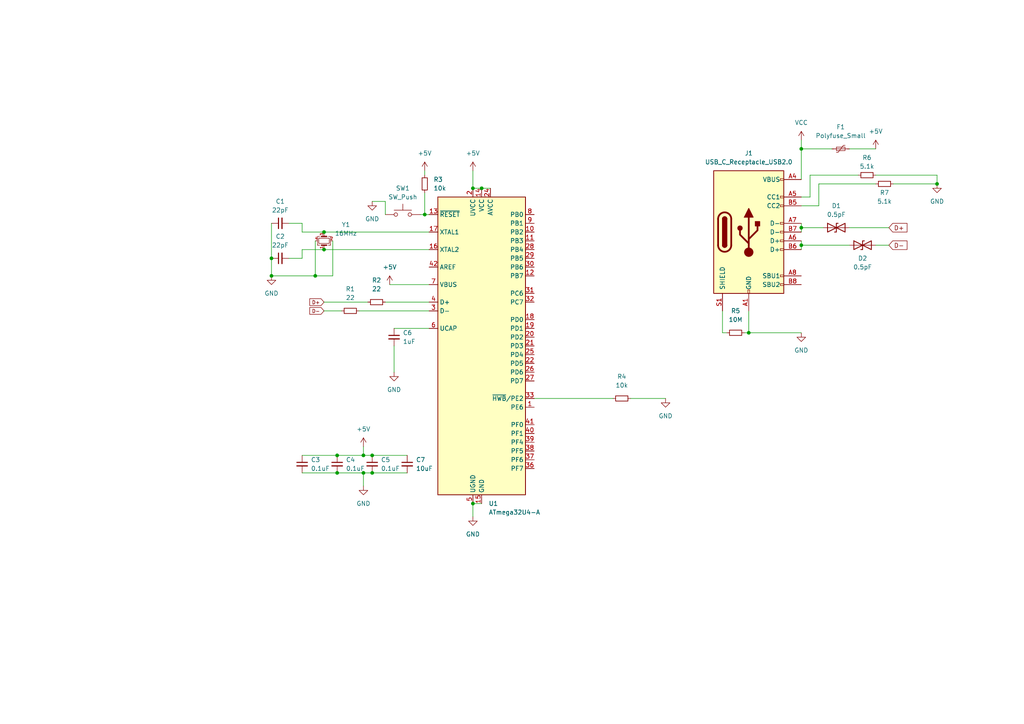
<source format=kicad_sch>
(kicad_sch (version 20211123) (generator eeschema)
  (paper "A4")
  (title_block (title "ATmega32u4-A USB C Implementation") (company "Zen Quah"))
  (lib_symbols
    (symbol "Connector:USB_C_Receptacle_USB2.0" (pin_names (offset 1.016))
      (property "Reference" "J" (at -10.16 19.05 0))
      (property "Value" "USB_C_Receptacle_USB2.0" (at 19.05 19.05 0))
      (symbol "USB_C_Receptacle_USB2.0_0_0"
        (rectangle (start -0.254 -17.78) (end 0.254 -16.764))
        (rectangle (start 10.16 -14.986) (end 9.144 -15.494))
        (rectangle (start 10.16 -12.446) (end 9.144 -12.954))
        (rectangle (start 10.16 -4.826) (end 9.144 -5.334))
        (rectangle (start 10.16 -2.286) (end 9.144 -2.794))
        (rectangle (start 10.16 0.254) (end 9.144 -0.254))
        (rectangle (start 10.16 2.794) (end 9.144 2.286))
        (rectangle (start 10.16 7.874) (end 9.144 7.366))
        (rectangle (start 10.16 10.414) (end 9.144 9.906))
        (rectangle (start 10.16 15.494) (end 9.144 14.986))
      )
      (symbol "USB_C_Receptacle_USB2.0_0_1"
        (rectangle (start -10.16 17.78) (end 10.16 -17.78) (stroke (width 0.254)) (fill (type background)))
        (arc (start -8.89 -3.81) (mid -6.985 -5.715) (end -5.08 -3.81) (stroke (width 0.508)))
        (arc (start -7.62 -3.81) (mid -6.985 -4.445) (end -6.35 -3.81) (stroke (width 0.254)))
        (arc (start -7.62 -3.81) (mid -6.985 -4.445) (end -6.35 -3.81) (stroke (width 0.254)) (fill (type outline)))
        (rectangle (start -7.62 -3.81) (end -6.35 3.81) (stroke (width 0.254)) (fill (type outline)))
        (arc (start -6.35 3.81) (mid -6.985 4.445) (end -7.62 3.81) (stroke (width 0.254)))
        (arc (start -6.35 3.81) (mid -6.985 4.445) (end -7.62 3.81) (stroke (width 0.254)) (fill (type outline)))
        (arc (start -5.08 3.81) (mid -6.985 5.715) (end -8.89 3.81) (stroke (width 0.508)))
        (circle (center -2.54 1.143) (radius 0.635) (stroke (width 0.254)) (fill (type outline)))
        (circle (center 0 -5.842) (radius 1.27) (fill (type outline)))
        (polyline (pts (xy -8.89 -3.81) (xy -8.89 3.81)) (stroke (width 0.508)))
        (polyline (pts (xy -5.08 3.81) (xy -5.08 -3.81)) (stroke (width 0.508)))
        (polyline (pts (xy 0 -5.842) (xy 0 4.318)) (stroke (width 0.508)))
        (polyline (pts (xy 0 -3.302) (xy -2.54 -0.762) (xy -2.54 0.508)) (stroke (width 0.508)))
        (polyline (pts (xy 0 -2.032) (xy 2.54 0.508) (xy 2.54 1.778)) (stroke (width 0.508)))
        (polyline (pts (xy -1.27 4.318) (xy 0 6.858) (xy 1.27 4.318) (xy -1.27 4.318)) (stroke (width 0.254)) (fill (type outline)))
        (rectangle (start 1.905 1.778) (end 3.175 3.048) (stroke (width 0.254)) (fill (type outline)))
      )
      (symbol "USB_C_Receptacle_USB2.0_1_1"
        (pin passive line (at 0 -22.86 90) (length 5.08) (name "GND") (number "A1"))
        (pin passive line (at 0 -22.86 90) (length 5.08) hide (name "GND") (number "A12"))
        (pin passive line (at 15.24 15.24 180) (length 5.08) (name "VBUS") (number "A4"))
        (pin bidirectional line (at 15.24 10.16 180) (length 5.08) (name "CC1") (number "A5"))
        (pin bidirectional line (at 15.24 -2.54 180) (length 5.08) (name "D+") (number "A6"))
        (pin bidirectional line (at 15.24 2.54 180) (length 5.08) (name "D-") (number "A7"))
        (pin bidirectional line (at 15.24 -12.7 180) (length 5.08) (name "SBU1") (number "A8"))
        (pin passive line (at 15.24 15.24 180) (length 5.08) hide (name "VBUS") (number "A9"))
        (pin passive line (at 0 -22.86 90) (length 5.08) hide (name "GND") (number "B1"))
        (pin passive line (at 0 -22.86 90) (length 5.08) hide (name "GND") (number "B12"))
        (pin passive line (at 15.24 15.24 180) (length 5.08) hide (name "VBUS") (number "B4"))
        (pin bidirectional line (at 15.24 7.62 180) (length 5.08) (name "CC2") (number "B5"))
        (pin bidirectional line (at 15.24 -5.08 180) (length 5.08) (name "D+") (number "B6"))
        (pin bidirectional line (at 15.24 0 180) (length 5.08) (name "D-") (number "B7"))
        (pin bidirectional line (at 15.24 -15.24 180) (length 5.08) (name "SBU2") (number "B8"))
        (pin passive line (at 15.24 15.24 180) (length 5.08) hide (name "VBUS") (number "B9"))
        (pin passive line (at -7.62 -22.86 90) (length 5.08) (name "SHIELD") (number "S1"))
      )
    )
    (symbol "Device:C_Small" (pin_numbers hide) (pin_names (offset 0.254) hide)
      (property "Reference" "C" (at 0.254 1.778 0))
      (property "Value" "C_Small" (at 0.254 -2.032 0))
      (symbol "C_Small_0_1"
        (polyline (pts (xy -1.524 -0.508) (xy 1.524 -0.508)) (stroke (width 0.3302)))
        (polyline (pts (xy -1.524 0.508) (xy 1.524 0.508)) (stroke (width 0.3048)))
      )
      (symbol "C_Small_1_1"
        (pin passive line (at 0 2.54 270) (length 2.032) (name "~") (number "1"))
        (pin passive line (at 0 -2.54 90) (length 2.032) (name "~") (number "2"))
      )
    )
    (symbol "Device:Crystal_GND24_Small" (pin_names (offset 1.016) hide)
      (property "Reference" "Y" (at 1.27 4.445 0))
      (property "Value" "Crystal_GND24_Small" (at 1.27 2.54 0))
      (symbol "Crystal_GND24_Small_0_1"
        (rectangle (start -0.762 -1.524) (end 0.762 1.524))
        (polyline (pts (xy -1.27 -0.762) (xy -1.27 0.762)) (stroke (width 0.381)))
        (polyline (pts (xy 1.27 -0.762) (xy 1.27 0.762)) (stroke (width 0.381)))
        (polyline (pts (xy -1.27 -1.27) (xy -1.27 -1.905) (xy 1.27 -1.905) (xy 1.27 -1.27)))
        (polyline (pts (xy -1.27 1.27) (xy -1.27 1.905) (xy 1.27 1.905) (xy 1.27 1.27)))
      )
      (symbol "Crystal_GND24_Small_1_1"
        (pin passive line (at -2.54 0 0) (length 1.27) (name "1") (number "1"))
        (pin passive line (at 0 -2.54 90) (length 0.635) (name "2") (number "2"))
        (pin passive line (at 2.54 0 180) (length 1.27) (name "3") (number "3"))
        (pin passive line (at 0 2.54 270) (length 0.635) (name "4") (number "4"))
      )
    )
    (symbol "Device:D_TVS" (pin_numbers hide) (pin_names (offset 1.016) hide)
      (property "Reference" "D" (at 0 2.54 0))
      (property "Value" "D_TVS" (at 0 -2.54 0))
      (symbol "D_TVS_0_1"
        (polyline (pts (xy 1.27 0) (xy -1.27 0)))
        (polyline (pts (xy 0.508 1.27) (xy 0 1.27) (xy 0 -1.27) (xy -0.508 -1.27)) (stroke (width 0.254)))
        (polyline (pts (xy -2.54 1.27) (xy -2.54 -1.27) (xy 2.54 1.27) (xy 2.54 -1.27) (xy -2.54 1.27)) (stroke (width 0.254)))
      )
      (symbol "D_TVS_1_1"
        (pin passive line (at -3.81 0 0) (length 2.54) (name "A1") (number "1"))
        (pin passive line (at 3.81 0 180) (length 2.54) (name "A2") (number "2"))
      )
    )
    (symbol "Device:Polyfuse_Small" (pin_numbers hide) (pin_names (offset 0))
      (property "Reference" "F" (at -1.905 0 90))
      (property "Value" "Polyfuse_Small" (at 1.905 0 90))
      (symbol "Polyfuse_Small_0_1"
        (rectangle (start -0.508 1.27) (end 0.508 -1.27))
        (polyline (pts (xy 0 2.54) (xy 0 -2.54)))
        (polyline (pts (xy -1.016 1.27) (xy -1.016 0.762) (xy 1.016 -0.762) (xy 1.016 -1.27)))
      )
      (symbol "Polyfuse_Small_1_1"
        (pin passive line (at 0 2.54 270) (length 0.635) (name "~") (number "1"))
        (pin passive line (at 0 -2.54 90) (length 0.635) (name "~") (number "2"))
      )
    )
    (symbol "Device:R_Small" (pin_numbers hide) (pin_names (offset 0.254) hide)
      (property "Reference" "R" (at 0.762 0.508 0))
      (property "Value" "R_Small" (at 0.762 -1.016 0))
      (symbol "R_Small_0_1"
        (rectangle (start -0.762 1.778) (end 0.762 -1.778) (stroke (width 0.2032)))
      )
      (symbol "R_Small_1_1"
        (pin passive line (at 0 2.54 270) (length 0.762) (name "~") (number "1"))
        (pin passive line (at 0 -2.54 90) (length 0.762) (name "~") (number "2"))
      )
    )
    (symbol "MCU_Microchip_ATmega:ATmega32U4-A"
      (property "Reference" "U" (at -12.7 44.45 0))
      (property "Value" "ATmega32U4-A" (at 2.54 -44.45 0))
      (symbol "ATmega32U4-A_0_1"
        (rectangle (start -12.7 -43.18) (end 12.7 43.18) (stroke (width 0.254)) (fill (type background)))
      )
      (symbol "ATmega32U4-A_1_1"
        (pin bidirectional line (at 15.24 -17.78 180) (length 2.54) (name "PE6") (number "1"))
        (pin bidirectional line (at 15.24 33.02 180) (length 2.54) (name "PB2") (number "10"))
        (pin bidirectional line (at 15.24 30.48 180) (length 2.54) (name "PB3") (number "11"))
        (pin bidirectional line (at 15.24 20.32 180) (length 2.54) (name "PB7") (number "12"))
        (pin input line (at -15.24 38.1 0) (length 2.54) (name "~{RESET}") (number "13"))
        (pin power_in line (at 0 45.72 270) (length 2.54) (name "VCC") (number "14"))
        (pin power_in line (at 0 -45.72 90) (length 2.54) (name "GND") (number "15"))
        (pin output line (at -15.24 27.94 0) (length 2.54) (name "XTAL2") (number "16"))
        (pin input line (at -15.24 33.02 0) (length 2.54) (name "XTAL1") (number "17"))
        (pin bidirectional line (at 15.24 7.62 180) (length 2.54) (name "PD0") (number "18"))
        (pin bidirectional line (at 15.24 5.08 180) (length 2.54) (name "PD1") (number "19"))
        (pin power_in line (at -2.54 45.72 270) (length 2.54) (name "UVCC") (number "2"))
        (pin bidirectional line (at 15.24 2.54 180) (length 2.54) (name "PD2") (number "20"))
        (pin bidirectional line (at 15.24 0 180) (length 2.54) (name "PD3") (number "21"))
        (pin bidirectional line (at 15.24 -5.08 180) (length 2.54) (name "PD5") (number "22"))
        (pin passive line (at 0 -45.72 90) (length 2.54) hide (name "GND") (number "23"))
        (pin power_in line (at 2.54 45.72 270) (length 2.54) (name "AVCC") (number "24"))
        (pin bidirectional line (at 15.24 -2.54 180) (length 2.54) (name "PD4") (number "25"))
        (pin bidirectional line (at 15.24 -7.62 180) (length 2.54) (name "PD6") (number "26"))
        (pin bidirectional line (at 15.24 -10.16 180) (length 2.54) (name "PD7") (number "27"))
        (pin bidirectional line (at 15.24 27.94 180) (length 2.54) (name "PB4") (number "28"))
        (pin bidirectional line (at 15.24 25.4 180) (length 2.54) (name "PB5") (number "29"))
        (pin bidirectional line (at -15.24 10.16 0) (length 2.54) (name "D-") (number "3"))
        (pin bidirectional line (at 15.24 22.86 180) (length 2.54) (name "PB6") (number "30"))
        (pin bidirectional line (at 15.24 15.24 180) (length 2.54) (name "PC6") (number "31"))
        (pin bidirectional line (at 15.24 12.7 180) (length 2.54) (name "PC7") (number "32"))
        (pin bidirectional line (at 15.24 -15.24 180) (length 2.54) (name "~{HWB}/PE2") (number "33"))
        (pin passive line (at 0 45.72 270) (length 2.54) hide (name "VCC") (number "34"))
        (pin passive line (at 0 -45.72 90) (length 2.54) hide (name "GND") (number "35"))
        (pin bidirectional line (at 15.24 -35.56 180) (length 2.54) (name "PF7") (number "36"))
        (pin bidirectional line (at 15.24 -33.02 180) (length 2.54) (name "PF6") (number "37"))
        (pin bidirectional line (at 15.24 -30.48 180) (length 2.54) (name "PF5") (number "38"))
        (pin bidirectional line (at 15.24 -27.94 180) (length 2.54) (name "PF4") (number "39"))
        (pin bidirectional line (at -15.24 12.7 0) (length 2.54) (name "D+") (number "4"))
        (pin bidirectional line (at 15.24 -25.4 180) (length 2.54) (name "PF1") (number "40"))
        (pin bidirectional line (at 15.24 -22.86 180) (length 2.54) (name "PF0") (number "41"))
        (pin passive line (at -15.24 22.86 0) (length 2.54) (name "AREF") (number "42"))
        (pin passive line (at 0 -45.72 90) (length 2.54) hide (name "GND") (number "43"))
        (pin passive line (at 2.54 45.72 270) (length 2.54) hide (name "AVCC") (number "44"))
        (pin passive line (at -2.54 -45.72 90) (length 2.54) (name "UGND") (number "5"))
        (pin passive line (at -15.24 5.08 0) (length 2.54) (name "UCAP") (number "6"))
        (pin input line (at -15.24 17.78 0) (length 2.54) (name "VBUS") (number "7"))
        (pin bidirectional line (at 15.24 38.1 180) (length 2.54) (name "PB0") (number "8"))
        (pin bidirectional line (at 15.24 35.56 180) (length 2.54) (name "PB1") (number "9"))
      )
    )
    (symbol "Switch:SW_Push" (pin_numbers hide) (pin_names (offset 1.016) hide)
      (property "Reference" "SW" (at 1.27 2.54 0))
      (property "Value" "SW_Push" (at 0 -1.524 0))
      (symbol "SW_Push_0_1"
        (circle (center -2.032 0) (radius 0.508))
        (polyline (pts (xy 0 1.27) (xy 0 3.048)))
        (polyline (pts (xy 2.54 1.27) (xy -2.54 1.27)))
        (circle (center 2.032 0) (radius 0.508))
        (pin passive line (at -5.08 0 0) (length 2.54) (name "1") (number "1"))
        (pin passive line (at 5.08 0 180) (length 2.54) (name "2") (number "2"))
      )
    )
    (symbol "power:+5V" (power) (pin_names (offset 0))
      (property "Value" "+5V" (at 0 3.556 0))
      (symbol "+5V_0_1"
        (polyline (pts (xy -0.762 1.27) (xy 0 2.54)))
        (polyline (pts (xy 0 0) (xy 0 2.54)))
        (polyline (pts (xy 0 2.54) (xy 0.762 1.27)))
      )
      (symbol "+5V_1_1"
        (pin power_in line (at 0 0 90) (length 0) hide (name "+5V") (number "1"))
      )
    )
    (symbol "power:GND" (power) (pin_names (offset 0))
      (property "Value" "GND" (at 0 -3.81 0))
      (symbol "GND_0_1"
        (polyline (pts (xy 0 0) (xy 0 -1.27) (xy 1.27 -1.27) (xy 0 -2.54) (xy -1.27 -1.27) (xy 0 -1.27)))
      )
      (symbol "GND_1_1"
        (pin power_in line (at 0 0 270) (length 0) hide (name "GND") (number "1"))
      )
    )
    (symbol "power:VCC" (power) (pin_names (offset 0))
      (property "Value" "VCC" (at 0 3.81 0))
      (symbol "VCC_0_1"
        (polyline (pts (xy -0.762 1.27) (xy 0 2.54)))
        (polyline (pts (xy 0 0) (xy 0 2.54)))
        (polyline (pts (xy 0 2.54) (xy 0.762 1.27)))
      )
      (symbol "VCC_1_1"
        (pin power_in line (at 0 0 90) (length 0) hide (name "VCC") (number "1"))
      )
    )
  )
  (junction (at 93.98 67.31))
  (junction (at 78.74 74.93))
  (junction (at 139.7 54.61))
  (junction (at 93.98 72.39))
  (junction (at 105.41 132.08))
  (junction (at 123.19 62.23))
  (junction (at 78.74 80.01))
  (junction (at 232.41 71.12))
  (junction (at 97.79 137.16))
  (junction (at 91.44 80.01))
  (junction (at 97.79 132.08))
  (junction (at 271.78 53.34))
  (junction (at 105.41 137.16))
  (junction (at 232.41 43.18))
  (junction (at 217.17 96.52))
  (junction (at 137.16 54.61))
  (junction (at 107.95 137.16))
  (junction (at 107.95 132.08))
  (junction (at 232.41 66.04))
  (junction (at 137.16 146.05))
  (wire (pts (xy 123.19 55.88) (xy 123.19 62.23)))
  (wire (pts (xy 237.49 53.34) (xy 254 53.34)))
  (wire (pts (xy 104.14 90.17) (xy 124.46 90.17)))
  (wire (pts (xy 97.79 132.08) (xy 105.41 132.08)))
  (wire (pts (xy 139.7 54.61) (xy 142.24 54.61)))
  (wire (pts (xy 232.41 64.77) (xy 232.41 66.04)))
  (wire (pts (xy 114.3 100.33) (xy 114.3 107.95)))
  (wire (pts (xy 209.55 96.52) (xy 210.82 96.52)))
  (wire (pts (xy 87.63 132.08) (xy 97.79 132.08)))
  (wire (pts (xy 93.98 67.31) (xy 124.46 67.31)))
  (wire (pts (xy 105.41 140.97) (xy 105.41 137.16)))
  (wire (pts (xy 91.44 69.85) (xy 91.44 80.01)))
  (wire (pts (xy 232.41 43.18) (xy 241.3 43.18)))
  (wire (pts (xy 234.95 50.8) (xy 248.92 50.8)))
  (wire (pts (xy 232.41 40.64) (xy 232.41 43.18)))
  (wire (pts (xy 232.41 66.04) (xy 232.41 67.31)))
  (wire (pts (xy 123.19 62.23) (xy 124.46 62.23)))
  (wire (pts (xy 78.74 64.77) (xy 78.74 74.93)))
  (wire (pts (xy 107.95 137.16) (xy 118.11 137.16)))
  (wire (pts (xy 237.49 59.69) (xy 232.41 59.69)))
  (wire (pts (xy 111.76 58.42) (xy 111.76 62.23)))
  (wire (pts (xy 232.41 69.85) (xy 232.41 71.12)))
  (wire (pts (xy 234.95 50.8) (xy 234.95 57.15)))
  (wire (pts (xy 232.41 43.18) (xy 232.41 52.07)))
  (wire (pts (xy 154.94 115.57) (xy 177.8 115.57)))
  (wire (pts (xy 93.98 72.39) (xy 124.46 72.39)))
  (wire (pts (xy 91.44 80.01) (xy 96.52 80.01)))
  (wire (pts (xy 137.16 54.61) (xy 139.7 54.61)))
  (wire (pts (xy 107.95 132.08) (xy 118.11 132.08)))
  (wire (pts (xy 217.17 96.52) (xy 232.41 96.52)))
  (wire (pts (xy 105.41 132.08) (xy 107.95 132.08)))
  (wire (pts (xy 137.16 146.05) (xy 137.16 149.86)))
  (wire (pts (xy 182.88 115.57) (xy 193.04 115.57)))
  (wire (pts (xy 121.92 62.23) (xy 123.19 62.23)))
  (wire (pts (xy 93.98 87.63) (xy 106.68 87.63)))
  (wire (pts (xy 111.76 87.63) (xy 124.46 87.63)))
  (wire (pts (xy 87.63 137.16) (xy 97.79 137.16)))
  (wire (pts (xy 259.08 53.34) (xy 271.78 53.34)))
  (wire (pts (xy 271.78 53.34) (xy 271.78 50.8)))
  (wire (pts (xy 107.95 58.42) (xy 111.76 58.42)))
  (wire (pts (xy 87.63 72.39) (xy 87.63 74.93)))
  (wire (pts (xy 93.98 67.31) (xy 87.63 67.31)))
  (wire (pts (xy 83.82 64.77) (xy 87.63 64.77)))
  (wire (pts (xy 96.52 69.85) (xy 96.52 80.01)))
  (wire (pts (xy 105.41 129.54) (xy 105.41 132.08)))
  (wire (pts (xy 215.9 96.52) (xy 217.17 96.52)))
  (wire (pts (xy 217.17 90.17) (xy 217.17 96.52)))
  (wire (pts (xy 209.55 90.17) (xy 209.55 96.52)))
  (wire (pts (xy 114.3 95.25) (xy 124.46 95.25)))
  (wire (pts (xy 271.78 50.8) (xy 254 50.8)))
  (wire (pts (xy 113.03 82.55) (xy 124.46 82.55)))
  (wire (pts (xy 232.41 71.12) (xy 246.38 71.12)))
  (wire (pts (xy 137.16 146.05) (xy 139.7 146.05)))
  (wire (pts (xy 87.63 67.31) (xy 87.63 64.77)))
  (wire (pts (xy 234.95 57.15) (xy 232.41 57.15)))
  (wire (pts (xy 123.19 49.53) (xy 123.19 50.8)))
  (wire (pts (xy 78.74 80.01) (xy 91.44 80.01)))
  (wire (pts (xy 105.41 137.16) (xy 107.95 137.16)))
  (wire (pts (xy 232.41 66.04) (xy 238.76 66.04)))
  (wire (pts (xy 254 71.12) (xy 257.81 71.12)))
  (wire (pts (xy 93.98 90.17) (xy 99.06 90.17)))
  (wire (pts (xy 232.41 71.12) (xy 232.41 72.39)))
  (wire (pts (xy 246.38 43.18) (xy 254 43.18)))
  (wire (pts (xy 78.74 74.93) (xy 78.74 80.01)))
  (wire (pts (xy 93.98 72.39) (xy 87.63 72.39)))
  (wire (pts (xy 237.49 53.34) (xy 237.49 59.69)))
  (wire (pts (xy 137.16 49.53) (xy 137.16 54.61)))
  (wire (pts (xy 83.82 74.93) (xy 87.63 74.93)))
  (wire (pts (xy 105.41 137.16) (xy 97.79 137.16)))
  (wire (pts (xy 246.38 66.04) (xy 257.81 66.04)))
  (global_label "D-" (shape input) (at 93.98 90.17 180) (effects (font (size 1 1))) (property "Intersheet References" "${INTERSHEET_REFS}" (effects hide)))
  (global_label "D+" (shape input) (at 257.81 66.04 0) (property "Intersheet References" "${INTERSHEET_REFS}" (effects hide)))
  (global_label "D+" (shape input) (at 93.98 87.63 180) (effects (font (size 1 1))) (property "Intersheet References" "${INTERSHEET_REFS}" (effects hide)))
  (global_label "D-" (shape input) (at 257.81 71.12 0) (property "Intersheet References" "${INTERSHEET_REFS}" (effects hide)))
  (symbol (lib_id "MCU_Microchip_ATmega:ATmega32U4-A") (at 139.7 100.33 0) (unit 1)
    (property "Reference" "U1" (at 141.7194 146.05 0) (effects (justify left)))
    (property "Value" "ATmega32U4-A" (at 141.7194 148.59 0) (effects (justify left)))
    (property "Footprint" "Package_QFP:TQFP-44_10x10mm_P0.8mm" (effects hide))
    (property "Datasheet" "http://ww1.microchip.com/downloads/en/DeviceDoc/Atmel-7766-8-bit-AVR-ATmega16U4-32U4_Datasheet.pdf" (effects hide))
  )
  (symbol (lib_id "Device:C_Small") (at 97.79 134.62 0) (unit 1)
    (property "Reference" "C4" (at 100.33 133.3562 0) (effects (justify left)))
    (property "Value" "0.1uF" (at 100.33 135.8962 0) (effects (justify left)))
    (property "Footprint" "Capacitor_SMD:C_0805_2012Metric" (effects hide))
  )
  (symbol (lib_id "Device:R_Small") (at 256.54 53.34 90) (unit 1)
    (property "Reference" "R7" (at 256.54 55.88 90))
    (property "Value" "5.1k" (at 256.54 58.42 90))
    (property "Footprint" "Resistor_SMD:R_0805_2012Metric" (effects hide))
  )
  (symbol (lib_id "power:+5V") (at 105.41 129.54 0) (unit 1)
    (property "Reference" "#PWR0106" (effects hide))
    (property "Value" "+5V" (at 105.41 124.46 0))
  )
  (symbol (lib_id "Device:R_Small") (at 180.34 115.57 270) (unit 1)
    (property "Reference" "R4" (at 180.34 109.22 90))
    (property "Value" "10k" (at 180.34 111.76 90))
    (property "Footprint" "Resistor_SMD:R_0805_2012Metric" (effects hide))
  )
  (symbol (lib_id "Connector:USB_C_Receptacle_USB2.0") (at 217.17 67.31 0) (unit 1)
    (property "Reference" "J1" (at 217.17 44.45 0))
    (property "Value" "USB_C_Receptacle_USB2.0" (at 217.17 46.99 0))
    (property "Datasheet" "https://www.usb.org/sites/default/files/documents/usb_type-c.zip" (effects hide))
  )
  (symbol (lib_id "Device:Crystal_GND24_Small") (at 93.98 69.85 90) (unit 1)
    (property "Reference" "Y1" (at 100.33 65.151 90))
    (property "Value" "16MHz" (at 100.33 67.691 90))
    (property "Footprint" "Crystal:Crystal_SMD_3225-4Pin_3.2x2.5mm" (effects hide))
  )
  (symbol (lib_id "Device:C_Small") (at 118.11 134.62 0) (unit 1)
    (property "Reference" "C7" (at 120.65 133.3562 0) (effects (justify left)))
    (property "Value" "10uF" (at 120.65 135.8962 0) (effects (justify left)))
    (property "Footprint" "Capacitor_SMD:C_0805_2012Metric" (effects hide))
  )
  (symbol (lib_id "Device:Polyfuse_Small") (at 243.84 43.18 90) (unit 1)
    (property "Reference" "F1" (at 243.84 36.83 90))
    (property "Value" "Polyfuse_Small" (at 243.84 39.37 90))
    (property "Footprint" "Fuse:Fuse_1206_3216Metric" (effects hide))
  )
  (symbol (lib_id "Device:R_Small") (at 101.6 90.17 270) (unit 1)
    (property "Reference" "R1" (at 101.6 83.82 90))
    (property "Value" "22" (at 101.6 86.36 90))
    (property "Footprint" "Resistor_SMD:R_0805_2012Metric" (effects hide))
  )
  (symbol (lib_id "power:GND") (at 271.78 53.34 0) (unit 1)
    (property "Reference" "#PWR0114" (effects hide))
    (property "Value" "GND" (at 271.78 58.42 0))
  )
  (symbol (lib_id "power:GND") (at 193.04 115.57 0) (unit 1)
    (property "Reference" "#PWR0104" (effects hide))
    (property "Value" "GND" (at 193.04 120.65 0))
  )
  (symbol (lib_id "power:+5V") (at 137.16 49.53 0) (unit 1)
    (property "Reference" "#PWR0108" (effects hide))
    (property "Value" "+5V" (at 137.16 44.45 0))
  )
  (symbol (lib_id "power:GND") (at 114.3 107.95 0) (unit 1)
    (property "Reference" "#PWR0105" (effects hide))
    (property "Value" "GND" (at 114.3 113.03 0))
  )
  (symbol (lib_id "power:GND") (at 105.41 140.97 0) (unit 1)
    (property "Reference" "#PWR0107" (effects hide))
    (property "Value" "GND" (at 105.41 146.05 0))
  )
  (symbol (lib_id "Device:R_Small") (at 251.46 50.8 90) (unit 1)
    (property "Reference" "R6" (at 251.46 45.72 90))
    (property "Value" "5.1k" (at 251.46 48.26 90))
    (property "Footprint" "Resistor_SMD:R_0805_2012Metric" (effects hide))
  )
  (symbol (lib_id "Device:D_TVS") (at 242.57 66.04 0) (unit 1)
    (property "Reference" "D1" (at 242.57 59.69 0))
    (property "Value" "0.5pF" (at 242.57 62.23 0))
    (property "Footprint" "Diode_SMD:D_0603_1608Metric" (effects hide))
    (property "Datasheet" "https://www.digikey.sg/en/products/detail/bourns-inc/CG0603MLC-05E/3438061" (effects hide))
  )
  (symbol (lib_id "Device:C_Small") (at 81.28 64.77 90) (unit 1)
    (property "Reference" "C1" (at 81.2863 58.42 90))
    (property "Value" "22pF" (at 81.2863 60.96 90))
    (property "Footprint" "Capacitor_SMD:C_0805_2012Metric" (effects hide))
  )
  (symbol (lib_id "Device:C_Small") (at 87.63 134.62 0) (unit 1)
    (property "Reference" "C3" (at 90.17 133.3562 0) (effects (justify left)))
    (property "Value" "0.1uF" (at 90.17 135.8962 0) (effects (justify left)))
    (property "Footprint" "Capacitor_SMD:C_0805_2012Metric" (effects hide))
  )
  (symbol (lib_id "Device:R_Small") (at 213.36 96.52 90) (unit 1)
    (property "Reference" "R5" (at 213.36 90.17 90))
    (property "Value" "10M" (at 213.36 92.71 90))
    (property "Footprint" "Resistor_SMD:R_0805_2012Metric" (effects hide))
  )
  (symbol (lib_id "Device:R_Small") (at 109.22 87.63 90) (unit 1)
    (property "Reference" "R2" (at 109.22 81.28 90))
    (property "Value" "22" (at 109.22 83.82 90))
    (property "Footprint" "Resistor_SMD:R_0805_2012Metric" (effects hide))
  )
  (symbol (lib_id "power:+5V") (at 113.03 82.55 0) (unit 1)
    (property "Reference" "#PWR0102" (effects hide))
    (property "Value" "+5V" (at 113.03 77.47 0))
  )
  (symbol (lib_id "power:+5V") (at 254 43.18 0) (unit 1)
    (property "Reference" "#PWR0111" (effects hide))
    (property "Value" "+5V" (at 254 38.1 0))
  )
  (symbol (lib_id "Switch:SW_Push") (at 116.84 62.23 0) (unit 1)
    (property "Reference" "SW1" (at 116.84 54.61 0))
    (property "Value" "SW_Push" (at 116.84 57.15 0))
    (property "Footprint" "random-keyboard-parts:SKQG-1155865" (effects hide))
  )
  (symbol (lib_id "Device:D_TVS") (at 250.19 71.12 0) (unit 1)
    (property "Reference" "D2" (at 250.19 74.93 0))
    (property "Value" "0.5pF" (at 250.19 77.47 0))
    (property "Footprint" "Diode_SMD:D_0603_1608Metric" (effects hide))
    (property "Datasheet" "https://www.digikey.sg/en/products/detail/bourns-inc/CG0603MLC-05E/3438061" (effects hide))
  )
  (symbol (lib_id "power:+5V") (at 123.19 49.53 0) (unit 1)
    (property "Reference" "#PWR0110" (effects hide))
    (property "Value" "+5V" (at 123.19 44.45 0))
  )
  (symbol (lib_id "Device:R_Small") (at 123.19 53.34 0) (unit 1)
    (property "Reference" "R3" (at 125.73 52.0699 0) (effects (justify left)))
    (property "Value" "10k" (at 125.73 54.6099 0) (effects (justify left)))
    (property "Footprint" "Resistor_SMD:R_0805_2012Metric" (effects hide))
  )
  (symbol (lib_id "power:VCC") (at 232.41 40.64 0) (unit 1)
    (property "Reference" "#PWR0112" (effects hide))
    (property "Value" "VCC" (at 232.41 35.56 0))
  )
  (symbol (lib_id "Device:C_Small") (at 107.95 134.62 0) (unit 1)
    (property "Reference" "C5" (at 110.49 133.3562 0) (effects (justify left)))
    (property "Value" "0.1uF" (at 110.49 135.8962 0) (effects (justify left)))
    (property "Footprint" "Capacitor_SMD:C_0805_2012Metric" (effects hide))
  )
  (symbol (lib_id "Device:C_Small") (at 81.28 74.93 90) (unit 1)
    (property "Reference" "C2" (at 81.2863 68.58 90))
    (property "Value" "22pF" (at 81.2863 71.12 90))
    (property "Footprint" "Capacitor_SMD:C_0805_2012Metric" (effects hide))
  )
  (symbol (lib_id "power:GND") (at 107.95 58.42 0) (unit 1)
    (property "Reference" "#PWR0109" (effects hide))
    (property "Value" "GND" (at 107.95 63.5 0))
  )
  (symbol (lib_id "power:GND") (at 78.74 80.01 0) (unit 1)
    (property "Reference" "#PWR0101" (effects hide))
    (property "Value" "GND" (at 78.74 85.09 0))
  )
  (symbol (lib_id "power:GND") (at 137.16 149.86 0) (unit 1)
    (property "Reference" "#PWR0103" (effects hide))
    (property "Value" "GND" (at 137.16 154.94 0))
  )
  (symbol (lib_id "power:GND") (at 232.41 96.52 0) (unit 1)
    (property "Reference" "#PWR0113" (effects hide))
    (property "Value" "GND" (at 232.41 101.6 0))
  )
  (symbol (lib_id "Device:C_Small") (at 114.3 97.79 0) (unit 1)
    (property "Reference" "C6" (at 116.84 96.5262 0) (effects (justify left)))
    (property "Value" "1uF" (at 116.84 99.0662 0) (effects (justify left)))
    (property "Footprint" "Capacitor_SMD:C_0805_2012Metric" (effects hide))
  )
)
</source>
